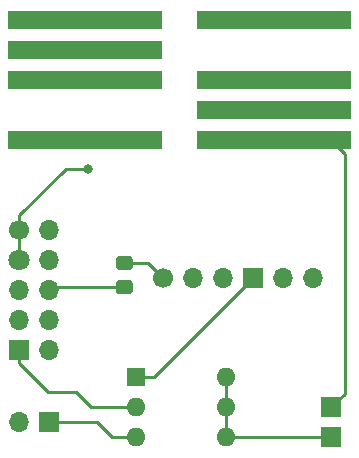
<source format=gbr>
%TF.GenerationSoftware,KiCad,Pcbnew,5.1.5*%
%TF.CreationDate,2020-04-13T15:16:57+02:00*%
%TF.ProjectId,Flash-Station,466c6173-682d-4537-9461-74696f6e2e6b,rev?*%
%TF.SameCoordinates,Original*%
%TF.FileFunction,Copper,L1,Top*%
%TF.FilePolarity,Positive*%
%FSLAX46Y46*%
G04 Gerber Fmt 4.6, Leading zero omitted, Abs format (unit mm)*
G04 Created by KiCad (PCBNEW 5.1.5) date 2020-04-13 15:16:57*
%MOMM*%
%LPD*%
G04 APERTURE LIST*
%ADD10O,1.700000X1.700000*%
%ADD11R,1.700000X1.700000*%
%ADD12C,1.700000*%
%ADD13C,1.800000*%
%ADD14R,13.000000X1.600000*%
%ADD15O,1.600000X1.600000*%
%ADD16R,1.600000X1.600000*%
%ADD17C,0.100000*%
%ADD18C,0.800000*%
%ADD19C,0.250000*%
G04 APERTURE END LIST*
D10*
X93472000Y-81534000D03*
X90932000Y-81534000D03*
D11*
X88392000Y-81534000D03*
D10*
X85852000Y-81534000D03*
X83312000Y-81534000D03*
D12*
X80772000Y-81534000D03*
D10*
X71120000Y-87630000D03*
D11*
X68580000Y-87630000D03*
D10*
X71120000Y-85090000D03*
X68580000Y-85090000D03*
X71120000Y-82550000D03*
X68580000Y-82550000D03*
X71120000Y-80010000D03*
D13*
X68580000Y-80010000D03*
D10*
X71120000Y-77470000D03*
D12*
X68580000Y-77470000D03*
D14*
X74168000Y-69850000D03*
X74168000Y-64770000D03*
X74168000Y-59690000D03*
X74168000Y-62230000D03*
X90170000Y-59690000D03*
X90170000Y-64770000D03*
X90170000Y-69850000D03*
X90170000Y-67310000D03*
D11*
X94996000Y-94996000D03*
X94996000Y-92456000D03*
D10*
X68580000Y-93726000D03*
D11*
X71120000Y-93726000D03*
D15*
X86106000Y-89916000D03*
X78486000Y-94996000D03*
X86106000Y-92456000D03*
X78486000Y-92456000D03*
X86106000Y-94996000D03*
D16*
X78486000Y-89916000D03*
%TA.AperFunction,SMDPad,CuDef*%
D17*
G36*
X77944505Y-79681204D02*
G01*
X77968773Y-79684804D01*
X77992572Y-79690765D01*
X78015671Y-79699030D01*
X78037850Y-79709520D01*
X78058893Y-79722132D01*
X78078599Y-79736747D01*
X78096777Y-79753223D01*
X78113253Y-79771401D01*
X78127868Y-79791107D01*
X78140480Y-79812150D01*
X78150970Y-79834329D01*
X78159235Y-79857428D01*
X78165196Y-79881227D01*
X78168796Y-79905495D01*
X78170000Y-79929999D01*
X78170000Y-80580001D01*
X78168796Y-80604505D01*
X78165196Y-80628773D01*
X78159235Y-80652572D01*
X78150970Y-80675671D01*
X78140480Y-80697850D01*
X78127868Y-80718893D01*
X78113253Y-80738599D01*
X78096777Y-80756777D01*
X78078599Y-80773253D01*
X78058893Y-80787868D01*
X78037850Y-80800480D01*
X78015671Y-80810970D01*
X77992572Y-80819235D01*
X77968773Y-80825196D01*
X77944505Y-80828796D01*
X77920001Y-80830000D01*
X77019999Y-80830000D01*
X76995495Y-80828796D01*
X76971227Y-80825196D01*
X76947428Y-80819235D01*
X76924329Y-80810970D01*
X76902150Y-80800480D01*
X76881107Y-80787868D01*
X76861401Y-80773253D01*
X76843223Y-80756777D01*
X76826747Y-80738599D01*
X76812132Y-80718893D01*
X76799520Y-80697850D01*
X76789030Y-80675671D01*
X76780765Y-80652572D01*
X76774804Y-80628773D01*
X76771204Y-80604505D01*
X76770000Y-80580001D01*
X76770000Y-79929999D01*
X76771204Y-79905495D01*
X76774804Y-79881227D01*
X76780765Y-79857428D01*
X76789030Y-79834329D01*
X76799520Y-79812150D01*
X76812132Y-79791107D01*
X76826747Y-79771401D01*
X76843223Y-79753223D01*
X76861401Y-79736747D01*
X76881107Y-79722132D01*
X76902150Y-79709520D01*
X76924329Y-79699030D01*
X76947428Y-79690765D01*
X76971227Y-79684804D01*
X76995495Y-79681204D01*
X77019999Y-79680000D01*
X77920001Y-79680000D01*
X77944505Y-79681204D01*
G37*
%TD.AperFunction*%
%TA.AperFunction,SMDPad,CuDef*%
G36*
X77944505Y-81731204D02*
G01*
X77968773Y-81734804D01*
X77992572Y-81740765D01*
X78015671Y-81749030D01*
X78037850Y-81759520D01*
X78058893Y-81772132D01*
X78078599Y-81786747D01*
X78096777Y-81803223D01*
X78113253Y-81821401D01*
X78127868Y-81841107D01*
X78140480Y-81862150D01*
X78150970Y-81884329D01*
X78159235Y-81907428D01*
X78165196Y-81931227D01*
X78168796Y-81955495D01*
X78170000Y-81979999D01*
X78170000Y-82630001D01*
X78168796Y-82654505D01*
X78165196Y-82678773D01*
X78159235Y-82702572D01*
X78150970Y-82725671D01*
X78140480Y-82747850D01*
X78127868Y-82768893D01*
X78113253Y-82788599D01*
X78096777Y-82806777D01*
X78078599Y-82823253D01*
X78058893Y-82837868D01*
X78037850Y-82850480D01*
X78015671Y-82860970D01*
X77992572Y-82869235D01*
X77968773Y-82875196D01*
X77944505Y-82878796D01*
X77920001Y-82880000D01*
X77019999Y-82880000D01*
X76995495Y-82878796D01*
X76971227Y-82875196D01*
X76947428Y-82869235D01*
X76924329Y-82860970D01*
X76902150Y-82850480D01*
X76881107Y-82837868D01*
X76861401Y-82823253D01*
X76843223Y-82806777D01*
X76826747Y-82788599D01*
X76812132Y-82768893D01*
X76799520Y-82747850D01*
X76789030Y-82725671D01*
X76780765Y-82702572D01*
X76774804Y-82678773D01*
X76771204Y-82654505D01*
X76770000Y-82630001D01*
X76770000Y-81979999D01*
X76771204Y-81955495D01*
X76774804Y-81931227D01*
X76780765Y-81907428D01*
X76789030Y-81884329D01*
X76799520Y-81862150D01*
X76812132Y-81841107D01*
X76826747Y-81821401D01*
X76843223Y-81803223D01*
X76861401Y-81786747D01*
X76881107Y-81772132D01*
X76902150Y-81759520D01*
X76924329Y-81749030D01*
X76947428Y-81740765D01*
X76971227Y-81734804D01*
X76995495Y-81731204D01*
X77019999Y-81730000D01*
X77920001Y-81730000D01*
X77944505Y-81731204D01*
G37*
%TD.AperFunction*%
D18*
X91440000Y-59690000D03*
X74422000Y-72263000D03*
X72390000Y-59690000D03*
X72390000Y-62230000D03*
X72390000Y-64770000D03*
X72390000Y-69850000D03*
X91440000Y-64770000D03*
X89408000Y-67437000D03*
D19*
X68580000Y-78672081D02*
X68580000Y-80010000D01*
X68580000Y-77470000D02*
X68580000Y-78672081D01*
X68580000Y-77470000D02*
X68580000Y-76200000D01*
X68580000Y-76200000D02*
X72517000Y-72263000D01*
X72517000Y-72263000D02*
X74041000Y-72263000D01*
X71120000Y-93726000D02*
X75184000Y-93726000D01*
X76454000Y-94996000D02*
X78486000Y-94996000D01*
X75184000Y-93726000D02*
X76454000Y-94996000D01*
X71356000Y-82314000D02*
X71120000Y-82550000D01*
X77216000Y-82314000D02*
X71356000Y-82314000D01*
X86106000Y-89916000D02*
X86106000Y-94996000D01*
X86106000Y-94996000D02*
X94996000Y-94996000D01*
X96139000Y-70993000D02*
X94996000Y-69850000D01*
X94996000Y-92456000D02*
X96139000Y-91313000D01*
X96139000Y-91313000D02*
X96139000Y-70993000D01*
X80010000Y-89916000D02*
X88392000Y-81534000D01*
X78486000Y-89916000D02*
X80010000Y-89916000D01*
X78486000Y-92456000D02*
X74676000Y-92456000D01*
X74676000Y-92456000D02*
X73406000Y-91186000D01*
X68580000Y-88730000D02*
X68580000Y-87630000D01*
X71036000Y-91186000D02*
X68580000Y-88730000D01*
X73406000Y-91186000D02*
X71036000Y-91186000D01*
X80481795Y-81187795D02*
X80453795Y-81215795D01*
X79502000Y-80264000D02*
X77216000Y-80264000D01*
X80772000Y-81534000D02*
X79502000Y-80264000D01*
M02*

</source>
